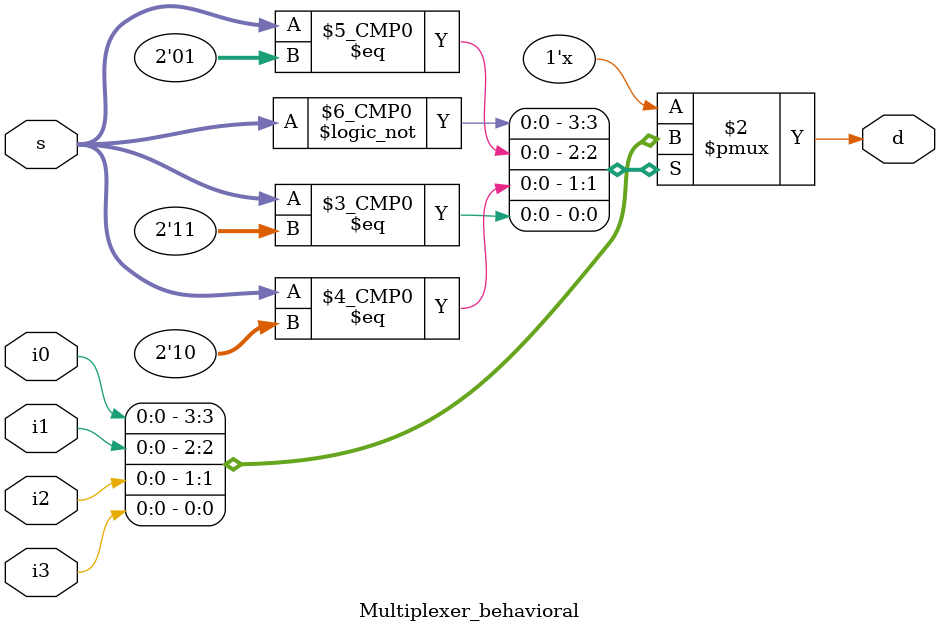
<source format=v>
`timescale 1ns / 1ps


module Multiplexer_behavioral(
    input i0,
    input i1,
    input i2,
    input i3,
    input [1:0] s,
    output reg d
    );
    
    always @(i0,i1,i2,i3,s)
    begin
    
    d = 1'b0;
    case (s)
        0 : d = i0;
        1 : d = i1;
        2 : d = i2;
        3 : d = i3;
        default : d = 1'b0;
    endcase
    end
endmodule

</source>
